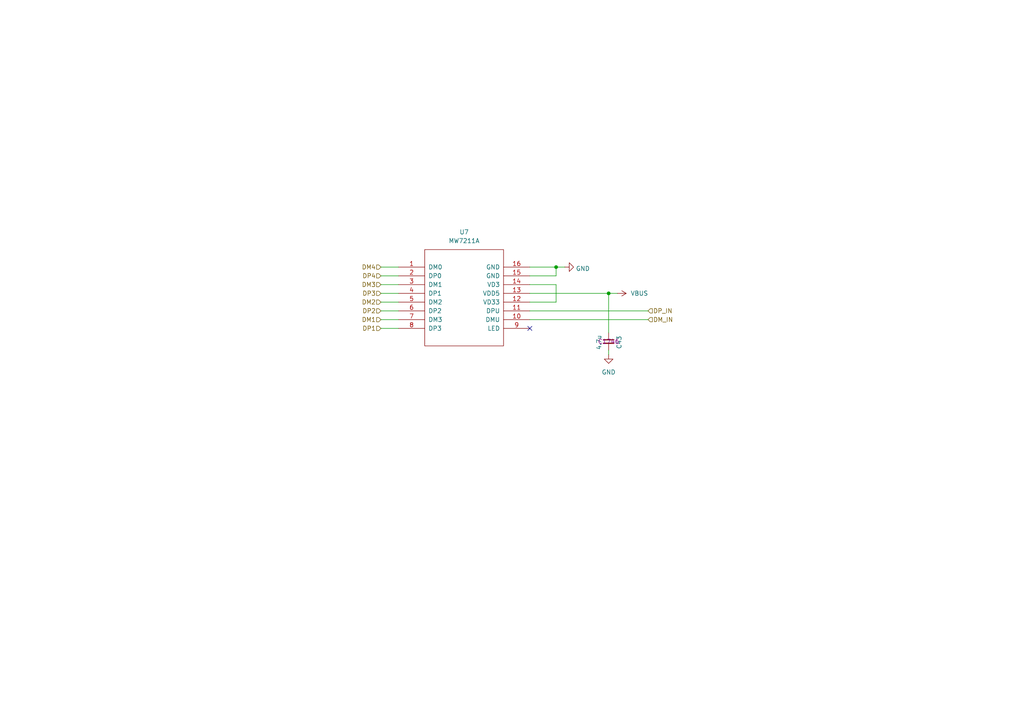
<source format=kicad_sch>
(kicad_sch (version 20250114) (generator "eeschema") (generator_version "9.0")
  (paper "A4")
  (title_block (title "MiniFRANK RM1") (date "2025-04-09") (rev "${VERSION}") (company "Mikhail Matveev") (comment 1 "https://github.com/xtremespb/frank"))
  (lib_symbols
    (symbol "Device:C_Small" (pin_numbers (hide yes)) (pin_names (offset 0.254) (hide yes))
      (property "Reference" "C" (at 0.254 1.778 0))
      (property "Value" "C_Small" (at 0.254 -2.032 0))
      (symbol "C_Small_0_1"
        (polyline (pts (xy -1.524 0.508) (xy 1.524 0.508)) (stroke (width 0.3048)))
        (polyline (pts (xy -1.524 -0.508) (xy 1.524 -0.508)) (stroke (width 0.3302)))
      )
      (symbol "C_Small_1_1"
        (pin passive line (at 0 2.54 270) (length 2.032) (name "~") (number "1"))
        (pin passive line (at 0 -2.54 90) (length 2.032) (name "~") (number "2"))
      )
    )
    (symbol "FRANK:MW7211A" (pin_names (offset 1.016))
      (property "Reference" "U10" (at 0 19.05 0))
      (property "Value" "MW7211A" (at 0 16.51 0))
      (symbol "MW7211A_1_0"
        (rectangle (start -11.43 -13.97) (end 11.43 13.97))
      )
      (symbol "MW7211A_1_1"
        (pin input line (at -19.05 8.89 0) (length 7.62) (name "DM0") (number "1"))
        (pin input line (at -19.05 6.35 0) (length 7.62) (name "DP0") (number "2"))
        (pin input line (at -19.05 3.81 0) (length 7.62) (name "DM1") (number "3"))
        (pin input line (at -19.05 1.27 0) (length 7.62) (name "DP1") (number "4"))
        (pin input line (at -19.05 -1.27 0) (length 7.62) (name "DM2") (number "5"))
        (pin input line (at -19.05 -3.81 0) (length 7.62) (name "DP2") (number "6"))
        (pin input line (at -19.05 -6.35 0) (length 7.62) (name "DM3") (number "7"))
        (pin input line (at -19.05 -8.89 0) (length 7.62) (name "DP3") (number "8"))
        (pin input line (at 19.05 8.89 180) (length 7.62) (name "GND") (number "16"))
        (pin input line (at 19.05 6.35 180) (length 7.62) (name "GND") (number "15"))
        (pin input line (at 19.05 3.81 180) (length 7.62) (name "VD3") (number "14"))
        (pin input line (at 19.05 1.27 180) (length 7.62) (name "VDD5") (number "13"))
        (pin input line (at 19.05 -1.27 180) (length 7.62) (name "VD33") (number "12"))
        (pin input line (at 19.05 -3.81 180) (length 7.62) (name "DPU") (number "11"))
        (pin input line (at 19.05 -6.35 180) (length 7.62) (name "DMU") (number "10"))
        (pin input line (at 19.05 -8.89 180) (length 7.62) (name "LED") (number "9"))
      )
    )
    (symbol "power:GND" (power) (pin_numbers (hide yes)) (pin_names (offset 0) (hide yes))
      (property "Value" "GND" (at 0 -3.81 0))
      (symbol "GND_0_1"
        (polyline (pts (xy 0 0) (xy 0 -1.27) (xy 1.27 -1.27) (xy 0 -2.54) (xy -1.27 -1.27) (xy 0 -1.27)))
      )
      (symbol "GND_1_1"
        (pin power_in line (at 0 0 270) (length 0) (name "~") (number "1"))
      )
    )
    (symbol "power:VBUS" (power) (pin_numbers (hide yes)) (pin_names (offset 0) (hide yes))
      (property "Value" "VBUS" (at 0 3.556 0))
      (symbol "VBUS_0_1"
        (polyline (pts (xy -0.762 1.27) (xy 0 2.54)))
        (polyline (pts (xy 0 2.54) (xy 0.762 1.27)))
        (polyline (pts (xy 0 0) (xy 0 2.54)))
      )
      (symbol "VBUS_1_1"
        (pin power_in line (at 0 0 90) (length 0) (name "~") (number "1"))
      )
    )
  )
  (junction (at 161.29 77.47))
  (junction (at 176.53 85.09))
  (no_connect (at 153.67 95.25))
  (wire (pts (xy 110.49 85.09) (xy 115.57 85.09)))
  (wire (pts (xy 161.29 82.55) (xy 153.67 82.55)))
  (wire (pts (xy 161.29 77.47) (xy 153.67 77.47)))
  (wire (pts (xy 153.67 87.63) (xy 161.29 87.63)))
  (wire (pts (xy 176.53 102.87) (xy 176.53 101.6)))
  (wire (pts (xy 153.67 85.09) (xy 176.53 85.09)))
  (wire (pts (xy 110.49 82.55) (xy 115.57 82.55)))
  (wire (pts (xy 153.67 80.01) (xy 161.29 80.01)))
  (wire (pts (xy 161.29 87.63) (xy 161.29 82.55)))
  (wire (pts (xy 110.49 87.63) (xy 115.57 87.63)))
  (wire (pts (xy 110.49 77.47) (xy 115.57 77.47)))
  (wire (pts (xy 161.29 80.01) (xy 161.29 77.47)))
  (wire (pts (xy 110.49 92.71) (xy 115.57 92.71)))
  (wire (pts (xy 176.53 85.09) (xy 179.07 85.09)))
  (wire (pts (xy 110.49 90.17) (xy 115.57 90.17)))
  (wire (pts (xy 153.67 90.17) (xy 187.96 90.17)))
  (wire (pts (xy 153.67 92.71) (xy 187.96 92.71)))
  (wire (pts (xy 163.83 77.47) (xy 161.29 77.47)))
  (wire (pts (xy 110.49 95.25) (xy 115.57 95.25)))
  (wire (pts (xy 110.49 80.01) (xy 115.57 80.01)))
  (wire (pts (xy 176.53 85.09) (xy 176.53 96.52)))
  (hierarchical_label "DM2" (shape input) (at 110.49 87.63 180))
  (hierarchical_label "DP3" (shape input) (at 110.49 85.09 180))
  (hierarchical_label "DM_IN" (shape input) (at 187.96 92.71 0))
  (hierarchical_label "DM3" (shape input) (at 110.49 82.55 180))
  (hierarchical_label "DP4" (shape input) (at 110.49 80.01 180))
  (hierarchical_label "DM1" (shape input) (at 110.49 92.71 180))
  (hierarchical_label "DP_IN" (shape input) (at 187.96 90.17 0))
  (hierarchical_label "DP2" (shape input) (at 110.49 90.17 180))
  (hierarchical_label "DP1" (shape input) (at 110.49 95.25 180))
  (hierarchical_label "DM4" (shape input) (at 110.49 77.47 180))
  (symbol (lib_id "power:GND") (at 176.53 102.87 0) (unit 1)
    (property "Reference" "#PWR0140" (effects (hide yes)))
    (property "Value" "GND" (at 176.53 107.95 0))
    (property "Description" "Power symbol creates a global label with name \"GND\" , ground" (effects (hide yes)))
  )
  (symbol (lib_id "power:VBUS") (at 179.07 85.09 270) (unit 1)
    (property "Reference" "#PWR079" (effects (hide yes)))
    (property "Value" "VBUS" (at 182.88 85.0899 90) (effects (justify left)))
    (property "Description" "Power symbol creates a global label with name \"VBUS\"" (effects (hide yes)))
  )
  (symbol (lib_id "power:GND") (at 163.83 77.47 90) (unit 1)
    (property "Reference" "#PWR078" (effects (hide yes)))
    (property "Value" "GND" (at 167.005 77.9038 90) (effects (justify right)))
    (property "Description" "Power symbol creates a global label with name \"GND\" , ground" (effects (hide yes)))
  )
  (symbol (lib_id "Device:C_Small") (at 176.53 99.06 0) (unit 1)
    (property "Reference" "C43" (at 179.578 99.314 90))
    (property "Value" "4.7u" (at 173.736 99.314 90))
    (property "Footprint" "FRANK:Capacitor (0805)" (effects (hide yes)))
    (property "Datasheet" "https://eu.mouser.com/datasheet/2/40/KGM_X7R-3223212.pdf" (effects (hide yes)))
    (property "Description" "Unpolarized capacitor, small symbol" (effects (hide yes)))
    (property "AliExpress" "https://www.aliexpress.com/item/33008008276.html" (effects (hide yes)))
    (property "LCSC" "C1746" (at 176.53 99.06 0))
  )
  (symbol (lib_id "FRANK:MW7211A") (at 134.62 86.36 0) (unit 1)
    (property "Reference" "U7" (at 134.62 67.31 0))
    (property "Value" "MW7211A" (at 134.62 69.85 0))
    (property "Footprint" "FRANK:SOP-16" (effects (hide yes)))
    (property "Datasheet" "https://content.instructables.com/FTQ/K2JY/KW6E9NZ8/FTQK2JYKW6E9NZ8.pdf" (effects (hide yes)))
    (property "AliExpress" "https://www.aliexpress.com/item/1005007446137541.html" (effects (hide yes)))
  )
)
</source>
